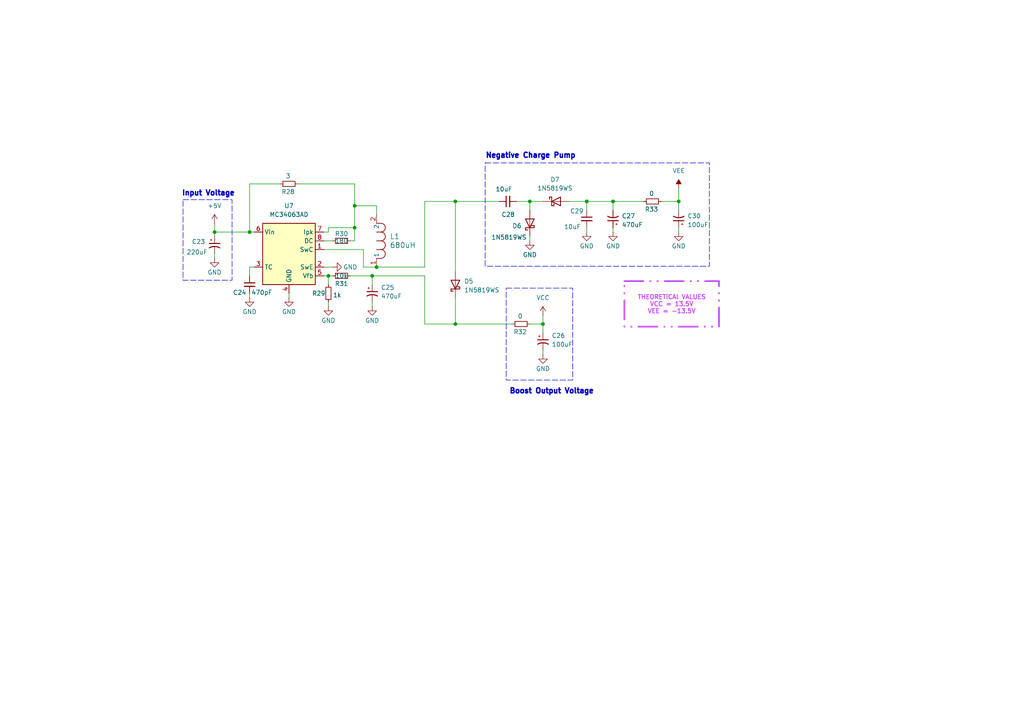
<source format=kicad_sch>
(kicad_sch (version 20231120) (generator "eeschema") (generator_version "8.0")
  (paper "A4")
  (lib_symbols
    (symbol "744066681_680uH:744066681" (pin_names (offset 0.254))
      (property "Reference" "L" (at 6.985 5.08 0))
      (property "Value" "744066681" (at 6.985 -2.54 0))
      (symbol "744066681_1_1"
        (polyline (pts (xy 2.54 0) (xy 2.54 1.27)) (stroke (width 0.2032)))
        (polyline (pts (xy 5.08 0) (xy 5.08 1.27)) (stroke (width 0.2032)))
        (polyline (pts (xy 7.62 0) (xy 7.62 1.27)) (stroke (width 0.2032)))
        (polyline (pts (xy 10.16 0) (xy 10.16 1.27)) (stroke (width 0.2032)))
        (polyline (pts (xy 12.7 0) (xy 12.7 1.27)) (stroke (width 0.2032)))
        (arc (start 5.08 1.27) (mid 3.81 2.5344) (end 2.54 1.27) (stroke (width 0.2032)))
        (arc (start 7.62 1.27) (mid 6.35 2.5344) (end 5.08 1.27) (stroke (width 0.2032)))
        (arc (start 10.16 1.27) (mid 8.89 2.5344) (end 7.62 1.27) (stroke (width 0.2032)))
        (arc (start 12.7 1.27) (mid 11.43 2.5344) (end 10.16 1.27) (stroke (width 0.2032)))
        (pin unspecified line (at 15.24 0 180) (length 2.54) (name "1") (number "1"))
        (pin unspecified line (at 0 0 0) (length 2.54) (name "2") (number "2"))
      )
      (symbol "744066681_1_2"
        (arc (start -1.27 5.08) (mid -2.5344 3.81) (end -1.27 2.54) (stroke (width 0.2032)))
        (arc (start -1.27 7.62) (mid -2.5344 6.35) (end -1.27 5.08) (stroke (width 0.2032)))
        (arc (start -1.27 10.16) (mid -2.5344 8.89) (end -1.27 7.62) (stroke (width 0.2032)))
        (arc (start -1.27 12.7) (mid -2.5344 11.43) (end -1.27 10.16) (stroke (width 0.2032)))
        (polyline (pts (xy 0 2.54) (xy -1.27 2.54)) (stroke (width 0.2032)))
        (polyline (pts (xy 0 5.08) (xy -1.27 5.08)) (stroke (width 0.2032)))
        (polyline (pts (xy 0 7.62) (xy -1.27 7.62)) (stroke (width 0.2032)))
        (polyline (pts (xy 0 10.16) (xy -1.27 10.16)) (stroke (width 0.2032)))
        (polyline (pts (xy 0 12.7) (xy -1.27 12.7)) (stroke (width 0.2032)))
        (pin unspecified line (at 0 15.24 270) (length 2.54) (name "1") (number "1"))
        (pin unspecified line (at 0 0 90) (length 2.54) (name "2") (number "2"))
      )
    )
    (symbol "Device:C_Polarized_Small_US" (pin_numbers hide) (pin_names (offset 0.254) hide)
      (property "Reference" "C" (at 0.254 1.778 0))
      (property "Value" "C_Polarized_Small_US" (at 0.254 -2.032 0))
      (symbol "C_Polarized_Small_US_0_1"
        (polyline (pts (xy -1.524 0.508) (xy 1.524 0.508)) (stroke (width 0.3048)))
        (polyline (pts (xy -1.27 1.524) (xy -0.762 1.524)))
        (polyline (pts (xy -1.016 1.27) (xy -1.016 1.778)))
        (arc (start 1.524 -0.762) (mid 0 -0.3734) (end -1.524 -0.762) (stroke (width 0.3048)))
      )
      (symbol "C_Polarized_Small_US_1_1"
        (pin passive line (at 0 2.54 270) (length 2.032) (name "~") (number "1"))
        (pin passive line (at 0 -2.54 90) (length 2.032) (name "~") (number "2"))
      )
    )
    (symbol "Device:C_Small" (pin_numbers hide) (pin_names (offset 0.254) hide)
      (property "Reference" "C" (at 0.254 1.778 0))
      (property "Value" "C_Small" (at 0.254 -2.032 0))
      (symbol "C_Small_0_1"
        (polyline (pts (xy -1.524 -0.508) (xy 1.524 -0.508)) (stroke (width 0.3302)))
        (polyline (pts (xy -1.524 0.508) (xy 1.524 0.508)) (stroke (width 0.3048)))
      )
      (symbol "C_Small_1_1"
        (pin passive line (at 0 2.54 270) (length 2.032) (name "~") (number "1"))
        (pin passive line (at 0 -2.54 90) (length 2.032) (name "~") (number "2"))
      )
    )
    (symbol "Device:R_Small" (pin_numbers hide) (pin_names (offset 0.254) hide)
      (property "Reference" "R" (at 0.762 0.508 0))
      (property "Value" "R_Small" (at 0.762 -1.016 0))
      (symbol "R_Small_0_1"
        (rectangle (start -0.762 1.778) (end 0.762 -1.778) (stroke (width 0.2032)))
      )
      (symbol "R_Small_1_1"
        (pin passive line (at 0 2.54 270) (length 0.762) (name "~") (number "1"))
        (pin passive line (at 0 -2.54 90) (length 0.762) (name "~") (number "2"))
      )
    )
    (symbol "Diode:1N5819WS" (pin_numbers hide) (pin_names (offset 1.016) hide)
      (property "Reference" "D" (at 0 2.54 0))
      (property "Value" "1N5819WS" (at 0 -2.54 0))
      (symbol "1N5819WS_0_1"
        (polyline (pts (xy 1.27 0) (xy -1.27 0)))
        (polyline (pts (xy 1.27 1.27) (xy 1.27 -1.27) (xy -1.27 0) (xy 1.27 1.27)) (stroke (width 0.254)))
        (polyline (pts (xy -1.905 0.635) (xy -1.905 1.27) (xy -1.27 1.27) (xy -1.27 -1.27) (xy -0.635 -1.27) (xy -0.635 -0.635)) (stroke (width 0.254)))
      )
      (symbol "1N5819WS_1_1"
        (pin passive line (at -3.81 0 0) (length 2.54) (name "K") (number "1"))
        (pin passive line (at 3.81 0 180) (length 2.54) (name "A") (number "2"))
      )
    )
    (symbol "Regulator_Switching:MC34063AD"
      (property "Reference" "U" (at -7.62 8.89 0))
      (property "Value" "MC34063AD" (at 0 8.89 0))
      (symbol "MC34063AD_0_1"
        (rectangle (start -7.62 7.62) (end 7.62 -10.16) (stroke (width 0.254)) (fill (type background)))
      )
      (symbol "MC34063AD_1_1"
        (pin open_collector line (at 10.16 0 180) (length 2.54) (name "SwC") (number "1"))
        (pin open_emitter line (at 10.16 -5.08 180) (length 2.54) (name "SwE") (number "2"))
        (pin passive line (at -10.16 -5.08 0) (length 2.54) (name "TC") (number "3"))
        (pin power_in line (at 0 -12.7 90) (length 2.54) (name "GND") (number "4"))
        (pin input line (at 10.16 -7.62 180) (length 2.54) (name "Vfb") (number "5"))
        (pin power_in line (at -10.16 5.08 0) (length 2.54) (name "Vin") (number "6"))
        (pin input line (at 10.16 5.08 180) (length 2.54) (name "Ipk") (number "7"))
        (pin open_collector line (at 10.16 2.54 180) (length 2.54) (name "DC") (number "8"))
      )
    )
    (symbol "power:+5V" (power) (pin_numbers hide) (pin_names (offset 0) hide)
      (property "Value" "+5V" (at 0 3.556 0))
      (symbol "+5V_0_1"
        (polyline (pts (xy -0.762 1.27) (xy 0 2.54)))
        (polyline (pts (xy 0 0) (xy 0 2.54)))
        (polyline (pts (xy 0 2.54) (xy 0.762 1.27)))
      )
      (symbol "+5V_1_1"
        (pin power_in line (at 0 0 90) (length 0) (name "~") (number "1"))
      )
    )
    (symbol "power:GND" (power) (pin_numbers hide) (pin_names (offset 0) hide)
      (property "Value" "GND" (at 0 -3.81 0))
      (symbol "GND_0_1"
        (polyline (pts (xy 0 0) (xy 0 -1.27) (xy 1.27 -1.27) (xy 0 -2.54) (xy -1.27 -1.27) (xy 0 -1.27)))
      )
      (symbol "GND_1_1"
        (pin power_in line (at 0 0 270) (length 0) (name "~") (number "1"))
      )
    )
    (symbol "power:VCC" (power) (pin_numbers hide) (pin_names (offset 0) hide)
      (property "Value" "VCC" (at 0 3.556 0))
      (symbol "VCC_0_1"
        (polyline (pts (xy -0.762 1.27) (xy 0 2.54)))
        (polyline (pts (xy 0 0) (xy 0 2.54)))
        (polyline (pts (xy 0 2.54) (xy 0.762 1.27)))
      )
      (symbol "VCC_1_1"
        (pin power_in line (at 0 0 90) (length 0) (name "~") (number "1"))
      )
    )
    (symbol "power:VEE" (power) (pin_numbers hide) (pin_names (offset 0) hide)
      (property "Value" "VEE" (at 0 3.556 0))
      (symbol "VEE_0_1"
        (polyline (pts (xy 0 0) (xy 0 2.54)))
        (polyline (pts (xy 0.762 1.27) (xy -0.762 1.27) (xy 0 2.54) (xy 0.762 1.27)) (fill (type outline)))
      )
      (symbol "VEE_1_1"
        (pin power_in line (at 0 0 90) (length 0) (name "~") (number "1"))
      )
    )
  )
  (junction (at 196.85 58.42))
  (junction (at 107.95 80.01))
  (junction (at 153.67 58.42))
  (junction (at 95.25 80.01))
  (junction (at 157.48 93.98))
  (junction (at 72.39 67.31))
  (junction (at 177.8 58.42))
  (junction (at 170.18 58.42))
  (junction (at 132.08 58.42))
  (junction (at 62.23 67.31))
  (junction (at 102.87 66.04))
  (junction (at 109.22 77.47))
  (junction (at 132.08 93.98))
  (junction (at 102.87 59.69))
  (wire (pts (xy 109.22 59.69) (xy 102.87 59.69)))
  (wire (pts (xy 83.82 85.09) (xy 83.82 86.36)))
  (wire (pts (xy 196.85 58.42) (xy 196.85 60.96)))
  (wire (pts (xy 102.87 59.69) (xy 102.87 66.04)))
  (wire (pts (xy 105.41 77.47) (xy 109.22 77.47)))
  (wire (pts (xy 73.66 67.31) (xy 72.39 67.31)))
  (wire (pts (xy 95.25 80.01) (xy 95.25 82.55)))
  (wire (pts (xy 72.39 80.01) (xy 72.39 77.47)))
  (wire (pts (xy 153.67 58.42) (xy 157.48 58.42)))
  (wire (pts (xy 177.8 66.04) (xy 177.8 67.31)))
  (wire (pts (xy 196.85 66.04) (xy 196.85 67.31)))
  (wire (pts (xy 191.77 58.42) (xy 196.85 58.42)))
  (wire (pts (xy 157.48 101.6) (xy 157.48 102.87)))
  (wire (pts (xy 62.23 73.66) (xy 62.23 74.93)))
  (wire (pts (xy 62.23 64.77) (xy 62.23 67.31)))
  (wire (pts (xy 62.23 67.31) (xy 72.39 67.31)))
  (wire (pts (xy 123.19 77.47) (xy 123.19 58.42)))
  (wire (pts (xy 177.8 58.42) (xy 186.69 58.42)))
  (wire (pts (xy 157.48 91.44) (xy 157.48 93.98)))
  (wire (pts (xy 109.22 62.23) (xy 109.22 59.69)))
  (wire (pts (xy 170.18 58.42) (xy 170.18 60.96)))
  (wire (pts (xy 105.41 72.39) (xy 93.98 72.39)))
  (wire (pts (xy 177.8 60.96) (xy 177.8 58.42)))
  (wire (pts (xy 153.67 93.98) (xy 157.48 93.98)))
  (wire (pts (xy 93.98 77.47) (xy 96.52 77.47)))
  (wire (pts (xy 196.85 58.42) (xy 196.85 54.61)))
  (wire (pts (xy 72.39 77.47) (xy 73.66 77.47)))
  (wire (pts (xy 132.08 58.42) (xy 132.08 78.74)))
  (wire (pts (xy 107.95 87.63) (xy 107.95 88.9)))
  (wire (pts (xy 157.48 93.98) (xy 157.48 96.52)))
  (wire (pts (xy 62.23 68.58) (xy 62.23 67.31)))
  (wire (pts (xy 132.08 93.98) (xy 132.08 86.36)))
  (wire (pts (xy 170.18 58.42) (xy 177.8 58.42)))
  (wire (pts (xy 101.6 69.85) (xy 102.87 69.85)))
  (wire (pts (xy 93.98 80.01) (xy 95.25 80.01)))
  (wire (pts (xy 95.25 67.31) (xy 93.98 67.31)))
  (wire (pts (xy 170.18 66.04) (xy 170.18 67.31)))
  (wire (pts (xy 132.08 93.98) (xy 148.59 93.98)))
  (wire (pts (xy 153.67 68.58) (xy 153.67 69.85)))
  (wire (pts (xy 72.39 85.09) (xy 72.39 86.36)))
  (wire (pts (xy 105.41 77.47) (xy 105.41 72.39)))
  (wire (pts (xy 93.98 69.85) (xy 96.52 69.85)))
  (wire (pts (xy 95.25 66.04) (xy 102.87 66.04)))
  (wire (pts (xy 149.86 58.42) (xy 153.67 58.42)))
  (wire (pts (xy 95.25 67.31) (xy 95.25 66.04)))
  (wire (pts (xy 144.78 58.42) (xy 132.08 58.42)))
  (wire (pts (xy 95.25 87.63) (xy 95.25 88.9)))
  (wire (pts (xy 153.67 58.42) (xy 153.67 60.96)))
  (wire (pts (xy 123.19 80.01) (xy 123.19 93.98)))
  (wire (pts (xy 165.1 58.42) (xy 170.18 58.42)))
  (wire (pts (xy 72.39 53.34) (xy 81.28 53.34)))
  (wire (pts (xy 107.95 80.01) (xy 107.95 82.55)))
  (wire (pts (xy 95.25 80.01) (xy 96.52 80.01)))
  (wire (pts (xy 102.87 53.34) (xy 102.87 59.69)))
  (wire (pts (xy 123.19 93.98) (xy 132.08 93.98)))
  (wire (pts (xy 72.39 67.31) (xy 72.39 53.34)))
  (wire (pts (xy 86.36 53.34) (xy 102.87 53.34)))
  (wire (pts (xy 102.87 66.04) (xy 102.87 69.85)))
  (wire (pts (xy 107.95 80.01) (xy 123.19 80.01)))
  (wire (pts (xy 109.22 77.47) (xy 123.19 77.47)))
  (wire (pts (xy 123.19 58.42) (xy 132.08 58.42)))
  (wire (pts (xy 101.6 80.01) (xy 107.95 80.01)))
  (rectangle (start 146.812 83.566) (end 166.116 110.236) (stroke (width 0) (type dash)))
  (rectangle (start 140.716 47.244) (end 205.74 77.216) (stroke (width 0) (type dash)))
  (rectangle (start 53.086 57.912) (end 67.31 81.28) (stroke (width 0) (type dash)))
  (text_box "THEORETiCAl VALUES\nVCC = 13.5V\nVEE = -13.5V" (at 181.102 81.534 0) (size 27.432 13.208) (stroke (width 0.5) (type dash_dot_dot) (color 200 76 255 1)) (effects (font (size 1.27 1.27) (thickness 0.254) (bold yes))))
  (text "Negative Charge Pump" (at 153.924 45.212 0) (effects (font (size 1.5 1.5) (thickness 0.4) (bold yes))))
  (text "Boost Output Voltage" (at 160.02 113.538 0) (effects (font (size 1.5 1.5) (thickness 0.4) (bold yes))))
  (text "Input Voltage" (at 60.452 56.134 0) (effects (font (size 1.5 1.5) (thickness 0.4) (bold yes))))
  (symbol (lib_id "Device:C_Polarized_Small_US") (at 177.8 63.5 180) (unit 1)
    (property "Reference" "C27" (at 180.34 62.6617 0) (effects (justify right)))
    (property "Value" "470uF" (at 180.34 65.2017 0) (effects (justify right)))
    (property "Footprint" "Cap_Ele_470uF_16V_SMD:CAP_WCAP-ASLL_08p0X10p5_WRE" (effects (hide yes)))
    (property "Description" "Polarized capacitor, small US symbol" (effects (hide yes)))
    (property "Mouser" "https://www.mouser.com/ProductDetail/710-865060353009" (effects (hide yes)))
  )
  (symbol (lib_id "Diode:1N5819WS") (at 153.67 64.77 90) (unit 1)
    (property "Reference" "D6" (at 148.59 65.532 90) (effects (justify right)))
    (property "Value" "1N5819WS" (at 142.494 68.834 90) (effects (justify right)))
    (property "Footprint" "Diode_SMD:D_SOD-123" (effects (hide yes)))
    (property "Datasheet" "https://datasheet.lcsc.com/lcsc/2204281430_Guangdong-Hottech-1N5819WS_C191023.pdf" (effects (hide yes)))
    (property "Description" "40V 600mV@1A 1A SOD-323 Schottky Barrier Diodes, SOD-323" (effects (hide yes)))
  )
  (symbol (lib_id "power:GND") (at 62.23 74.93 0) (unit 1)
    (property "Reference" "#PWR062" (effects (hide yes)))
    (property "Value" "GND" (at 62.23 78.994 0))
    (property "Description" "Power symbol creates a global label with name \"GND\" , ground" (effects (hide yes)))
  )
  (symbol (lib_id "Device:C_Small") (at 170.18 63.5 0) (unit 1)
    (property "Reference" "C29" (at 165.354 61.214 0) (effects (justify left)))
    (property "Value" "10uF" (at 163.576 65.786 0) (effects (justify left)))
    (property "Footprint" "Capacitor_SMD:C_0805_2012Metric_Pad1.18x1.45mm_HandSolder" (effects (hide yes)))
    (property "Description" "Unpolarized capacitor, small symbol" (effects (hide yes)))
    (property "Mouser" "https://www.mouser.com/ProductDetail/80-C0805C104K4JAUTO" (effects (hide yes)))
  )
  (symbol (lib_id "power:GND") (at 83.82 86.36 0) (unit 1)
    (property "Reference" "#PWR064" (effects (hide yes)))
    (property "Value" "GND" (at 83.82 90.424 0))
    (property "Description" "Power symbol creates a global label with name \"GND\" , ground" (effects (hide yes)))
  )
  (symbol (lib_id "Device:R_Small") (at 99.06 69.85 270) (unit 1)
    (property "Reference" "R30" (at 99.06 67.818 90))
    (property "Value" "180" (at 99.06 69.85 90))
    (property "Footprint" "Resistor_SMD:R_0805_2012Metric_Pad1.20x1.40mm_HandSolder" (effects (hide yes)))
    (property "Description" "Resistor, small symbol" (effects (hide yes)))
    (property "Mouser" "https://www.mouser.com/ProductDetail/652-CR0805JW-181ELF" (effects (hide yes)))
  )
  (symbol (lib_id "power:GND") (at 96.52 77.47 90) (unit 1)
    (property "Reference" "#PWR066" (effects (hide yes)))
    (property "Value" "GND" (at 101.6 77.47 90))
    (property "Description" "Power symbol creates a global label with name \"GND\" , ground" (effects (hide yes)))
  )
  (symbol (lib_id "Device:R_Small") (at 189.23 58.42 270) (unit 1)
    (property "Reference" "R33" (at 188.976 60.706 90))
    (property "Value" "0" (at 188.976 56.134 90))
    (property "Footprint" "Resistor_SMD:R_0805_2012Metric_Pad1.20x1.40mm_HandSolder" (effects (hide yes)))
    (property "Description" "Resistor, small symbol" (effects (hide yes)))
    (property "Mouser" "https://www.mouser.com/ProductDetail/652-CRF0805-J-000ELF" (effects (hide yes)))
  )
  (symbol (lib_id "Device:C_Polarized_Small_US") (at 196.85 63.5 180) (unit 1)
    (property "Reference" "C30" (at 199.39 62.6617 0) (effects (justify right)))
    (property "Value" "100uF" (at 199.39 65.2017 0) (effects (justify right)))
    (property "Footprint" "Cap_Ele_100uF_16V_SMD:CAP_WCAP-ASLI_06p3X05p5_WRE" (effects (hide yes)))
    (property "Description" "Polarized capacitor, small US symbol" (effects (hide yes)))
    (property "Mouser" "https://www.mouser.com/ProductDetail/710-865080343009" (effects (hide yes)))
  )
  (symbol (lib_id "Device:C_Small") (at 147.32 58.42 90) (unit 1)
    (property "Reference" "C28" (at 149.352 62.23 90) (effects (justify left)))
    (property "Value" "10uF" (at 148.59 54.864 90) (effects (justify left)))
    (property "Footprint" "Capacitor_SMD:C_0805_2012Metric_Pad1.18x1.45mm_HandSolder" (effects (hide yes)))
    (property "Description" "Unpolarized capacitor, small symbol" (effects (hide yes)))
    (property "Mouser" "https://www.mouser.com/ProductDetail/80-C0805C104K4JAUTO" (effects (hide yes)))
  )
  (symbol (lib_id "power:GND") (at 196.85 67.31 0) (unit 1)
    (property "Reference" "#PWR074" (effects (hide yes)))
    (property "Value" "GND" (at 196.85 71.374 0))
    (property "Description" "Power symbol creates a global label with name \"GND\" , ground" (effects (hide yes)))
  )
  (symbol (lib_id "Diode:1N5819WS") (at 161.29 58.42 0) (unit 1)
    (property "Reference" "D7" (at 160.9725 52.07 0))
    (property "Value" "1N5819WS" (at 160.9725 54.61 0))
    (property "Footprint" "Diode_SMD:D_SOD-123" (effects (hide yes)))
    (property "Datasheet" "https://datasheet.lcsc.com/lcsc/2204281430_Guangdong-Hottech-1N5819WS_C191023.pdf" (effects (hide yes)))
    (property "Description" "40V 600mV@1A 1A SOD-323 Schottky Barrier Diodes, SOD-323" (effects (hide yes)))
  )
  (symbol (lib_id "Regulator_Switching:MC34063AD") (at 83.82 72.39 0) (unit 1)
    (property "Reference" "U7" (at 83.82 59.69 0))
    (property "Value" "MC34063AD" (at 83.82 62.23 0))
    (property "Footprint" "Package_SO:SOIC-8_3.9x4.9mm_P1.27mm" (effects (hide yes)))
    (property "Datasheet" "http://www.onsemi.com/pub_link/Collateral/MC34063A-D.PDF" (effects (hide yes)))
    (property "Description" "1.5A, step-up/down/inverting switching regulator, 3-40V Vin, 100kHz, SO-8" (effects (hide yes)))
    (property "Mouser" "https://www.mouser.com/ProductDetail/595-MC34063ADR" (effects (hide yes)))
  )
  (symbol (lib_id "Device:C_Small") (at 72.39 82.55 0) (unit 1)
    (property "Reference" "C24" (at 67.564 84.836 0) (effects (justify left)))
    (property "Value" "470pF" (at 72.898 84.836 0) (effects (justify left)))
    (property "Footprint" "Capacitor_SMD:C_0805_2012Metric_Pad1.18x1.45mm_HandSolder" (effects (hide yes)))
    (property "Description" "Unpolarized capacitor, small symbol" (effects (hide yes)))
    (property "Mouser" "https://www.mouser.com/ProductDetail/77-VJ0805A152GXXPBC" (effects (hide yes)))
  )
  (symbol (lib_id "power:+5V") (at 62.23 64.77 0) (unit 1)
    (property "Reference" "#PWR061" (effects (hide yes)))
    (property "Value" "+5V" (at 62.23 59.69 0))
    (property "Description" "Power symbol creates a global label with name \"+5V\"" (effects (hide yes)))
  )
  (symbol (lib_id "Diode:1N5819WS") (at 132.08 82.55 90) (unit 1)
    (property "Reference" "D5" (at 134.62 81.5974 90) (effects (justify right)))
    (property "Value" "1N5819WS" (at 134.62 84.1374 90) (effects (justify right)))
    (property "Footprint" "Diode_SMD:D_SOD-123" (effects (hide yes)))
    (property "Datasheet" "https://datasheet.lcsc.com/lcsc/2204281430_Guangdong-Hottech-1N5819WS_C191023.pdf" (effects (hide yes)))
    (property "Description" "40V 600mV@1A 1A SOD-323 Schottky Barrier Diodes, SOD-323" (effects (hide yes)))
  )
  (symbol (lib_id "Device:R_Small") (at 151.13 93.98 270) (unit 1)
    (property "Reference" "R32" (at 150.876 96.266 90))
    (property "Value" "0" (at 150.876 91.694 90))
    (property "Footprint" "Resistor_SMD:R_0805_2012Metric_Pad1.20x1.40mm_HandSolder" (effects (hide yes)))
    (property "Description" "Resistor, small symbol" (effects (hide yes)))
    (property "Mouser" "https://www.mouser.com/ProductDetail/652-CRF0805-J-000ELF" (effects (hide yes)))
  )
  (symbol (lib_id "Device:C_Polarized_Small_US") (at 157.48 99.06 0) (unit 1)
    (property "Reference" "C26" (at 160.02 97.3581 0) (effects (justify left)))
    (property "Value" "100uF" (at 160.02 99.8981 0) (effects (justify left)))
    (property "Footprint" "Cap_Ele_100uF_16V_SMD:CAP_WCAP-ASLI_06p3X05p5_WRE" (effects (hide yes)))
    (property "Description" "Polarized capacitor, small US symbol" (effects (hide yes)))
    (property "Mouser" "https://www.mouser.com/ProductDetail/710-865080343009" (effects (hide yes)))
  )
  (symbol (lib_id "power:VEE") (at 196.85 54.61 0) (unit 1)
    (property "Reference" "#PWR070" (effects (hide yes)))
    (property "Value" "VEE" (at 196.85 49.53 0))
    (property "Description" "Power symbol creates a global label with name \"VEE\"" (effects (hide yes)))
  )
  (symbol (lib_id "Device:R_Small") (at 99.06 80.01 270) (unit 1)
    (property "Reference" "R31" (at 99.06 82.296 90))
    (property "Value" "10k" (at 99.06 80.01 90))
    (property "Footprint" "Resistor_SMD:R_0805_2012Metric_Pad1.20x1.40mm_HandSolder" (effects (hide yes)))
    (property "Description" "Resistor, small symbol" (effects (hide yes)))
    (property "Mouser" "https://www.mouser.com/ProductDetail/279-CPF0805B10KE1" (effects (hide yes)))
  )
  (symbol (lib_id "power:GND") (at 107.95 88.9 0) (unit 1)
    (property "Reference" "#PWR075" (effects (hide yes)))
    (property "Value" "GND" (at 107.95 92.964 0))
    (property "Description" "Power symbol creates a global label with name \"GND\" , ground" (effects (hide yes)))
  )
  (symbol (lib_id "power:GND") (at 95.25 88.9 0) (unit 1)
    (property "Reference" "#PWR065" (effects (hide yes)))
    (property "Value" "GND" (at 95.25 92.964 0))
    (property "Description" "Power symbol creates a global label with name \"GND\" , ground" (effects (hide yes)))
  )
  (symbol (lib_id "power:GND") (at 153.67 69.85 0) (unit 1)
    (property "Reference" "#PWR071" (effects (hide yes)))
    (property "Value" "GND" (at 153.67 73.914 0))
    (property "Description" "Power symbol creates a global label with name \"GND\" , ground" (effects (hide yes)))
  )
  (symbol (lib_id "Device:R_Small") (at 83.82 53.34 270) (unit 1)
    (property "Reference" "R28" (at 83.566 55.626 90))
    (property "Value" "3" (at 83.566 51.054 90))
    (property "Footprint" "Resistor_SMD:R_0805_2012Metric_Pad1.20x1.40mm_HandSolder" (effects (hide yes)))
    (property "Description" "Resistor, small symbol" (effects (hide yes)))
    (property "Mouser" "https://www.mouser.com/ProductDetail/Vishay-Dale/CRCW08053R00JNEA?qs=GUnLQdvhANibHdpL72Vdpg%3D%3D" (effects (hide yes)))
  )
  (symbol (lib_id "Device:C_Polarized_Small_US") (at 62.23 71.12 0) (unit 1)
    (property "Reference" "C23" (at 55.626 70.104 0) (effects (justify left)))
    (property "Value" "220uF" (at 54.102 73.152 0) (effects (justify left)))
    (property "Footprint" "Cap_Ele_220uF_16V_SMD:CAP_WCAP-ASLI_04p0X05p5_WRE" (effects (hide yes)))
    (property "Description" "Polarized capacitor, small US symbol" (effects (hide yes)))
  )
  (symbol (lib_id "Device:R_Small") (at 95.25 85.09 180) (unit 1)
    (property "Reference" "R29" (at 92.456 85.09 0))
    (property "Value" "1k" (at 97.79 85.598 0))
    (property "Footprint" "Resistor_SMD:R_0805_2012Metric_Pad1.20x1.40mm_HandSolder" (effects (hide yes)))
    (property "Description" "Resistor, small symbol" (effects (hide yes)))
    (property "Mouser" "https://www.mouser.com/ProductDetail/Vishay-Dale/TNPW08051K00FEEA?qs=4CveT0Ftx0oXPRWW%252BDtRJw%3D%3D" (effects (hide yes)))
  )
  (symbol (lib_id "power:GND") (at 157.48 102.87 0) (unit 1)
    (property "Reference" "#PWR069" (effects (hide yes)))
    (property "Value" "GND" (at 157.48 106.934 0))
    (property "Description" "Power symbol creates a global label with name \"GND\" , ground" (effects (hide yes)))
  )
  (symbol (lib_id "Device:C_Polarized_Small_US") (at 107.95 85.09 0) (unit 1)
    (property "Reference" "C25" (at 110.49 83.3881 0) (effects (justify left)))
    (property "Value" "470uF" (at 110.49 85.9281 0) (effects (justify left)))
    (property "Footprint" "Cap_Ele_470uF_16V_SMD:CAP_WCAP-ASLL_08p0X10p5_WRE" (effects (hide yes)))
    (property "Description" "Polarized capacitor, small US symbol" (effects (hide yes)))
    (property "Mouser" "https://www.mouser.com/ProductDetail/710-865060353009" (effects (hide yes)))
  )
  (symbol (lib_id "power:GND") (at 72.39 86.36 0) (unit 1)
    (property "Reference" "#PWR063" (effects (hide yes)))
    (property "Value" "GND" (at 72.39 90.424 0))
    (property "Description" "Power symbol creates a global label with name \"GND\" , ground" (effects (hide yes)))
  )
  (symbol (lib_id "power:GND") (at 177.8 67.31 0) (unit 1)
    (property "Reference" "#PWR073" (effects (hide yes)))
    (property "Value" "GND" (at 177.8 71.374 0))
    (property "Description" "Power symbol creates a global label with name \"GND\" , ground" (effects (hide yes)))
  )
  (symbol (lib_id "744066681_680uH:744066681") (at 109.22 62.23 270) (unit 1)
    (property "Reference" "L1" (at 113.03 68.5799 90) (effects (font (size 1.524 1.524)) (justify left)))
    (property "Value" "680uH" (at 113.03 71.1199 90) (effects (font (size 1.524 1.524)) (justify left)))
    (property "Footprint" "744066681_680uH:IND_1038-WE-TPC_WRE" (effects (hide yes)))
    (property "Datasheet" "744066681" (effects (hide yes)))
    (property "Mouser" "https://www.mouser.com/ProductDetail/Wurth-Elektronik/744066681?qs=sGAEpiMZZMukHu%252BjC5l7Ybn3ke9EUQlEPUvCBLR2%252BpA%3D" (effects (hide yes)))
  )
  (symbol (lib_id "power:GND") (at 170.18 67.31 0) (unit 1)
    (property "Reference" "#PWR072" (effects (hide yes)))
    (property "Value" "GND" (at 170.18 71.374 0))
    (property "Description" "Power symbol creates a global label with name \"GND\" , ground" (effects (hide yes)))
  )
  (symbol (lib_id "power:VCC") (at 157.48 91.44 0) (unit 1)
    (property "Reference" "#PWR068" (effects (hide yes)))
    (property "Value" "VCC" (at 157.48 86.36 0))
    (property "Description" "Power symbol creates a global label with name \"VCC\"" (effects (hide yes)))
  )
)
</source>
